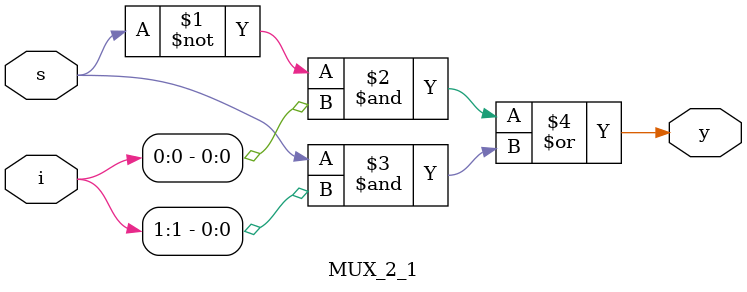
<source format=v>
`timescale 10ns / 1ps
module MUX_2_1(
    input [1:0] i,
    input s,
    output y
    );
    assign  y=((~s)&i[0])|(s&i[1]);
endmodule

</source>
